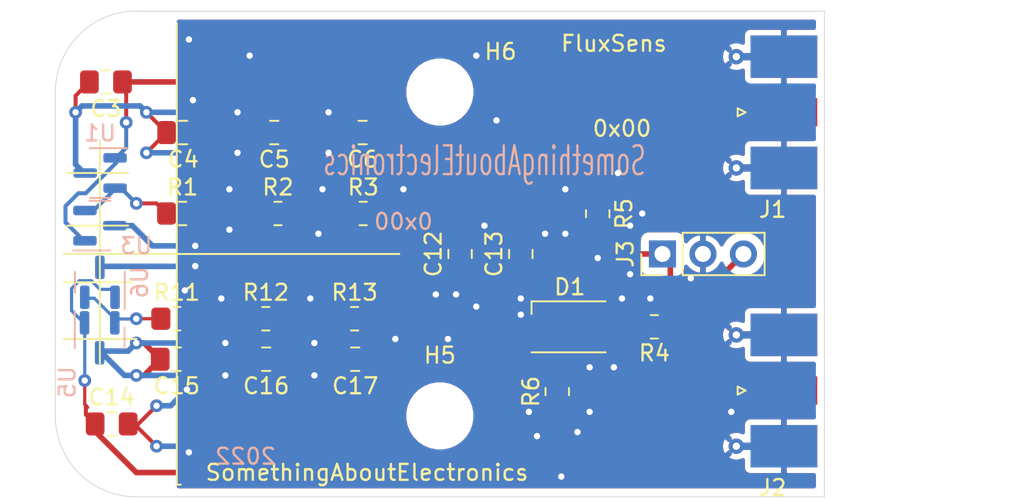
<source format=kicad_pcb>
(kicad_pcb (version 20211014) (generator pcbnew)
  (layers (0 "F.Cu" signal) (31 "B.Cu" signal) (34 "B.Paste" user) (35 "F.Paste" user) (36 "B.SilkS" user "B.Silkscreen") (37 "F.SilkS" user "F.Silkscreen") (38 "B.Mask" user) (39 "F.Mask" user) (44 "Edge.Cuts" user))
  (net 0 "")
  (net 1 "GND")
  (net 2 "+3V3")
  (net 3 "Net-(C4-Pad1)")
  (net 4 "Net-(C5-Pad1)")
  (net 5 "/V_out")
  (net 6 "Net-(R1-Pad1)")
  (net 7 "Net-(C15-Pad1)")
  (net 8 "Net-(C16-Pad1)")
  (net 9 "Net-(R11-Pad1)")
  (net 10 "/V_out_2")
  (net 11 "Net-(D1-Pad2)")
  (net 12 "Net-(C3-Pad1)")
  (net 13 "Net-(C14-Pad1)")
  (footprint "Capacitor_SMD:C_0805_2012Metric_Pad1.18x1.45mm_HandSolder" (layer "F.Cu") (at 48.895 131.445 180)
    (fp_text reference "C3" (at 0 -1.68 180) (layer "F.SilkS"))
    (fp_text value "C_Small")
    (fp_line (start -0.261252 0.735) (end 0.261252 0.735) (layer "F.SilkS") (width 0.12))
    (fp_line (start -0.261252 -0.735) (end 0.261252 -0.735) (layer "F.SilkS") (width 0.12))
    (pad "1" smd roundrect (at -1.0375 0 180) (size 1.175 1.45) (layers "F.Cu" "F.Paste" "F.Mask") (roundrect_rratio 0.212766) (net 12 "Net-(C3-Pad1)"))
    (pad "2" smd roundrect (at 1.0375 0 180) (size 1.175 1.45) (layers "F.Cu" "F.Paste" "F.Mask") (roundrect_rratio 0.212766) (net 1 "GND"))
  )
  (footprint "Capacitor_SMD:C_0805_2012Metric_Pad1.18x1.45mm_HandSolder" (layer "F.Cu") (at 53.7425 134.62 180)
    (fp_text reference "C4" (at 0 -1.68 180) (layer "F.SilkS"))
    (fp_text value "C_Small")
    (fp_line (start -0.261252 0.735) (end 0.261252 0.735) (layer "F.SilkS") (width 0.12))
    (fp_line (start -0.261252 -0.735) (end 0.261252 -0.735) (layer "F.SilkS") (width 0.12))
    (pad "1" smd roundrect (at -1.0375 0 180) (size 1.175 1.45) (layers "F.Cu" "F.Paste" "F.Mask") (roundrect_rratio 0.212766) (net 3 "Net-(C4-Pad1)"))
    (pad "2" smd roundrect (at 1.0375 0 180) (size 1.175 1.45) (layers "F.Cu" "F.Paste" "F.Mask") (roundrect_rratio 0.212766) (net 1 "GND"))
  )
  (footprint "Capacitor_SMD:C_0805_2012Metric_Pad1.18x1.45mm_HandSolder" (layer "F.Cu") (at 59.4575 134.62 180)
    (fp_text reference "C5" (at 0 -1.68 180) (layer "F.SilkS"))
    (fp_text value "C_Small")
    (fp_line (start -0.261252 -0.735) (end 0.261252 -0.735) (layer "F.SilkS") (width 0.12))
    (fp_line (start -0.261252 0.735) (end 0.261252 0.735) (layer "F.SilkS") (width 0.12))
    (pad "1" smd roundrect (at -1.0375 0 180) (size 1.175 1.45) (layers "F.Cu" "F.Paste" "F.Mask") (roundrect_rratio 0.212766) (net 4 "Net-(C5-Pad1)"))
    (pad "2" smd roundrect (at 1.0375 0 180) (size 1.175 1.45) (layers "F.Cu" "F.Paste" "F.Mask") (roundrect_rratio 0.212766) (net 1 "GND"))
  )
  (footprint "Capacitor_SMD:C_0805_2012Metric_Pad1.18x1.45mm_HandSolder" (layer "F.Cu") (at 65.0025 134.62 180)
    (fp_text reference "C6" (at 0 -1.68 180) (layer "F.SilkS"))
    (fp_text value "C_Small")
    (fp_line (start -0.261252 0.735) (end 0.261252 0.735) (layer "F.SilkS") (width 0.12))
    (fp_line (start -0.261252 -0.735) (end 0.261252 -0.735) (layer "F.SilkS") (width 0.12))
    (pad "1" smd roundrect (at -1.0375 0 180) (size 1.175 1.45) (layers "F.Cu" "F.Paste" "F.Mask") (roundrect_rratio 0.212766) (net 5 "/V_out"))
    (pad "2" smd roundrect (at 1.0375 0 180) (size 1.175 1.45) (layers "F.Cu" "F.Paste" "F.Mask") (roundrect_rratio 0.212766) (net 1 "GND"))
  )
  (footprint "Resistor_SMD:R_0805_2012Metric_Pad1.20x1.40mm_HandSolder" (layer "F.Cu") (at 53.705 139.7)
    (fp_text reference "R1" (at 0 -1.65) (layer "F.SilkS"))
    (fp_text value "R_Small")
    (fp_line (start -0.227064 0.735) (end 0.227064 0.735) (layer "F.SilkS") (width 0.12))
    (fp_line (start -0.227064 -0.735) (end 0.227064 -0.735) (layer "F.SilkS") (width 0.12))
    (pad "1" smd roundrect (at -1 0) (size 1.2 1.4) (layers "F.Cu" "F.Paste" "F.Mask") (roundrect_rratio 0.208333) (net 6 "Net-(R1-Pad1)"))
    (pad "2" smd roundrect (at 1 0) (size 1.2 1.4) (layers "F.Cu" "F.Paste" "F.Mask") (roundrect_rratio 0.208333) (net 3 "Net-(C4-Pad1)"))
  )
  (footprint "Resistor_SMD:R_0805_2012Metric_Pad1.20x1.40mm_HandSolder" (layer "F.Cu") (at 59.69 139.7)
    (fp_text reference "R2" (at 0 -1.65) (layer "F.SilkS"))
    (fp_text value "R_Small")
    (fp_line (start -0.227064 -0.735) (end 0.227064 -0.735) (layer "F.SilkS") (width 0.12))
    (fp_line (start -0.227064 0.735) (end 0.227064 0.735) (layer "F.SilkS") (width 0.12))
    (pad "1" smd roundrect (at -1 0) (size 1.2 1.4) (layers "F.Cu" "F.Paste" "F.Mask") (roundrect_rratio 0.208333) (net 3 "Net-(C4-Pad1)"))
    (pad "2" smd roundrect (at 1 0) (size 1.2 1.4) (layers "F.Cu" "F.Paste" "F.Mask") (roundrect_rratio 0.208333) (net 4 "Net-(C5-Pad1)"))
  )
  (footprint "Resistor_SMD:R_0805_2012Metric_Pad1.20x1.40mm_HandSolder" (layer "F.Cu") (at 65.04 139.7)
    (fp_text reference "R3" (at 0 -1.65) (layer "F.SilkS"))
    (fp_text value "R_Small")
    (fp_line (start -0.227064 0.735) (end 0.227064 0.735) (layer "F.SilkS") (width 0.12))
    (fp_line (start -0.227064 -0.735) (end 0.227064 -0.735) (layer "F.SilkS") (width 0.12))
    (pad "1" smd roundrect (at -1 0) (size 1.2 1.4) (layers "F.Cu" "F.Paste" "F.Mask") (roundrect_rratio 0.208333) (net 4 "Net-(C5-Pad1)"))
    (pad "2" smd roundrect (at 1 0) (size 1.2 1.4) (layers "F.Cu" "F.Paste" "F.Mask") (roundrect_rratio 0.208333) (net 5 "/V_out"))
  )
  (footprint "Connector_Coaxial:SMA_Molex_73251-2120_EdgeMount_Horizontal" (layer "F.Cu") (at 91.44 133.35)
    (fp_text reference "J1" (at -0.705 6.1) (layer "F.SilkS"))
    (fp_text value "Conn_Coaxial")
    (fp_line (start -2.9 -0.25) (end -2.9 0.25) (layer "F.SilkS") (width 0.12))
    (fp_line (start -2.4 0) (end -2.9 -0.25) (layer "F.SilkS") (width 0.12))
    (fp_line (start -2.9 0.25) (end -2.4 0) (layer "F.SilkS") (width 0.12))
    (pad "1" smd rect locked (at 0 0) (size 4.19 1.78) (layers "F.Cu" "F.Paste" "F.Mask") (net 5 "/V_out"))
    (pad "2" smd rect locked (at 0 3.4925) (size 4.19 2.665) (layers "B.Cu" "B.Paste" "B.Mask") (net 1 "GND"))
    (pad "2" smd rect locked (at 0 -3.4925) (size 4.19 2.665) (layers "F.Cu" "F.Paste" "F.Mask") (net 1 "GND"))
    (pad "2" smd rect locked (at -2.54 3.4925) (size 0.89 0.46) (layers "B.Cu") (net 1 "GND"))
    (pad "2" smd rect locked (at -2.54 3.4925) (size 0.89 0.46) (layers "F.Cu") (net 1 "GND"))
    (pad "2" smd rect locked (at -2.54 -3.4925) (size 0.89 0.46) (layers "F.Cu") (net 1 "GND"))
    (pad "2" smd rect locked (at 0 3.4925) (size 4.19 2.665) (layers "F.Cu" "F.Paste" "F.Mask") (net 1 "GND"))
    (pad "2" smd rect locked (at 0 -3.4925) (size 4.19 2.665) (layers "B.Cu" "B.Paste" "B.Mask") (net 1 "GND"))
    (pad "2" smd rect locked (at -2.54 -3.4925) (size 0.89 0.46) (layers "B.Cu") (net 1 "GND"))
    (pad "2" thru_hole circle locked (at -2.985 -3.4925) (size 0.97 0.97) (drill 0.46) (layers *.Cu) (net 1 "GND"))
    (pad "2" thru_hole circle locked (at -2.985 3.4925) (size 0.97 0.97) (drill 0.46) (layers *.Cu) (net 1 "GND"))
  )
  (footprint "Capacitor_SMD:C_0805_2012Metric_Pad1.18x1.45mm_HandSolder" (layer "F.Cu") (at 71.12 142.24 90)
    (fp_text reference "C12" (at 0 -1.68 90) (layer "F.SilkS"))
    (fp_text value "C_Small")
    (fp_line (start -0.261252 0.735) (end 0.261252 0.735) (layer "F.SilkS") (width 0.12))
    (fp_line (start -0.261252 -0.735) (end 0.261252 -0.735) (layer "F.SilkS") (width 0.12))
    (pad "1" smd roundrect (at -1.0375 0 90) (size 1.175 1.45) (layers "F.Cu" "F.Paste" "F.Mask") (roundrect_rratio 0.212766) (net 2 "+3V3"))
    (pad "2" smd roundrect (at 1.0375 0 90) (size 1.175 1.45) (layers "F.Cu" "F.Paste" "F.Mask") (roundrect_rratio 0.212766) (net 1 "GND"))
  )
  (footprint "Capacitor_SMD:C_0805_2012Metric_Pad1.18x1.45mm_HandSolder" (layer "F.Cu") (at 74.93 142.24 90)
    (fp_text reference "C13" (at 0 -1.68 90) (layer "F.SilkS"))
    (fp_text value "C_Small")
    (fp_line (start -0.261252 0.735) (end 0.261252 0.735) (layer "F.SilkS") (width 0.12))
    (fp_line (start -0.261252 -0.735) (end 0.261252 -0.735) (layer "F.SilkS") (width 0.12))
    (pad "1" smd roundrect (at -1.0375 0 90) (size 1.175 1.45) (layers "F.Cu" "F.Paste" "F.Mask") (roundrect_rratio 0.212766) (net 2 "+3V3"))
    (pad "2" smd roundrect (at 1.0375 0 90) (size 1.175 1.45) (layers "F.Cu" "F.Paste" "F.Mask") (roundrect_rratio 0.212766) (net 1 "GND"))
  )
  (footprint "Capacitor_SMD:C_0805_2012Metric_Pad1.18x1.45mm_HandSolder" (layer "F.Cu") (at 49.2545 152.908)
    (fp_text reference "C14" (at 0 -1.68) (layer "F.SilkS"))
    (fp_text value "C_Small")
    (fp_line (start -0.261252 0.735) (end 0.261252 0.735) (layer "F.SilkS") (width 0.12))
    (fp_line (start -0.261252 -0.735) (end 0.261252 -0.735) (layer "F.SilkS") (width 0.12))
    (pad "1" smd roundrect (at -1.0375 0) (size 1.175 1.45) (layers "F.Cu" "F.Paste" "F.Mask") (roundrect_rratio 0.212766) (net 13 "Net-(C14-Pad1)"))
    (pad "2" smd roundrect (at 1.0375 0) (size 1.175 1.45) (layers "F.Cu" "F.Paste" "F.Mask") (roundrect_rratio 0.212766) (net 1 "GND"))
  )
  (footprint "Capacitor_SMD:C_0805_2012Metric_Pad1.18x1.45mm_HandSolder" (layer "F.Cu") (at 53.34 148.844 180)
    (fp_text reference "C15" (at 0 -1.68 180) (layer "F.SilkS"))
    (fp_text value "C_Small")
    (fp_line (start -0.261252 -0.735) (end 0.261252 -0.735) (layer "F.SilkS") (width 0.12))
    (fp_line (start -0.261252 0.735) (end 0.261252 0.735) (layer "F.SilkS") (width 0.12))
    (pad "1" smd roundrect (at -1.0375 0 180) (size 1.175 1.45) (layers "F.Cu" "F.Paste" "F.Mask") (roundrect_rratio 0.212766) (net 7 "Net-(C15-Pad1)"))
    (pad "2" smd roundrect (at 1.0375 0 180) (size 1.175 1.45) (layers "F.Cu" "F.Paste" "F.Mask") (roundrect_rratio 0.212766) (net 1 "GND"))
  )
  (footprint "Capacitor_SMD:C_0805_2012Metric_Pad1.18x1.45mm_HandSolder" (layer "F.Cu") (at 58.9495 148.844 180)
    (fp_text reference "C16" (at 0 -1.68 180) (layer "F.SilkS"))
    (fp_text value "C_Small")
    (fp_line (start -0.261252 0.735) (end 0.261252 0.735) (layer "F.SilkS") (width 0.12))
    (fp_line (start -0.261252 -0.735) (end 0.261252 -0.735) (layer "F.SilkS") (width 0.12))
    (pad "1" smd roundrect (at -1.0375 0 180) (size 1.175 1.45) (layers "F.Cu" "F.Paste" "F.Mask") (roundrect_rratio 0.212766) (net 8 "Net-(C16-Pad1)"))
    (pad "2" smd roundrect (at 1.0375 0 180) (size 1.175 1.45) (layers "F.Cu" "F.Paste" "F.Mask") (roundrect_rratio 0.212766) (net 1 "GND"))
  )
  (footprint "Capacitor_SMD:C_0805_2012Metric_Pad1.18x1.45mm_HandSolder" (layer "F.Cu") (at 64.5375 148.844 180)
    (fp_text reference "C17" (at 0 -1.68 180) (layer "F.SilkS"))
    (fp_text value "C_Small")
    (fp_line (start -0.261252 -0.735) (end 0.261252 -0.735) (layer "F.SilkS") (width 0.12))
    (fp_line (start -0.261252 0.735) (end 0.261252 0.735) (layer "F.SilkS") (width 0.12))
    (pad "1" smd roundrect (at -1.0375 0 180) (size 1.175 1.45) (layers "F.Cu" "F.Paste" "F.Mask") (roundrect_rratio 0.212766) (net 10 "/V_out_2"))
    (pad "2" smd roundrect (at 1.0375 0 180) (size 1.175 1.45) (layers "F.Cu" "F.Paste" "F.Mask") (roundrect_rratio 0.212766) (net 1 "GND"))
  )
  (footprint "Connector_Coaxial:SMA_Molex_73251-2120_EdgeMount_Horizontal" (layer "F.Cu") (at 91.44 150.8125)
    (fp_text reference "J2" (at -0.705 6.1) (layer "F.SilkS"))
    (fp_text value "Conn_Coaxial")
    (fp_line (start -2.9 -0.25) (end -2.9 0.25) (layer "F.SilkS") (width 0.12))
    (fp_line (start -2.4 0) (end -2.9 -0.25) (layer "F.SilkS") (width 0.12))
    (fp_line (start -2.9 0.25) (end -2.4 0) (layer "F.SilkS") (width 0.12))
    (pad "1" smd rect locked (at 0 0) (size 4.19 1.78) (layers "F.Cu" "F.Paste" "F.Mask") (net 10 "/V_out_2"))
    (pad "2" smd rect locked (at 0 3.4925) (size 4.19 2.665) (layers "B.Cu" "B.Paste" "B.Mask") (net 1 "GND"))
    (pad "2" smd rect locked (at -2.54 -3.4925) (size 0.89 0.46) (layers "F.Cu") (net 1 "GND"))
    (pad "2" smd rect locked (at 0 -3.4925) (size 4.19 2.665) (layers "F.Cu" "F.Paste" "F.Mask") (net 1 "GND"))
    (pad "2" smd rect locked (at -2.54 -3.4925) (size 0.89 0.46) (layers "B.Cu") (net 1 "GND"))
    (pad "2" smd rect locked (at 0 -3.4925) (size 4.19 2.665) (layers "B.Cu" "B.Paste" "B.Mask") (net 1 "GND"))
    (pad "2" smd rect locked (at -2.54 3.4925) (size 0.89 0.46) (layers "B.Cu") (net 1 "GND"))
    (pad "2" thru_hole circle locked (at -2.985 -3.4925) (size 0.97 0.97) (drill 0.46) (layers *.Cu) (net 1 "GND"))
    (pad "2" smd rect locked (at -2.54 3.4925) (size 0.89 0.46) (layers "F.Cu") (net 1 "GND"))
    (pad "2" thru_hole circle locked (at -2.985 3.4925) (size 0.97 0.97) (drill 0.46) (layers *.Cu) (net 1 "GND"))
    (pad "2" smd rect locked (at 0 3.4925) (size 4.19 2.665) (layers "F.Cu" "F.Paste" "F.Mask") (net 1 "GND"))
  )
  (footprint "Resistor_SMD:R_0805_2012Metric_Pad1.20x1.40mm_HandSolder" (layer "F.Cu") (at 53.34 146.304)
    (fp_text reference "R11" (at 0 -1.65) (layer "F.SilkS"))
    (fp_text value "R_Small")
    (fp_line (start -0.227064 0.735) (end 0.227064 0.735) (layer "F.SilkS") (width 0.12))
    (fp_line (start -0.227064 -0.735) (end 0.227064 -0.735) (layer "F.SilkS") (width 0.12))
    (pad "1" smd roundrect (at -1 0) (size 1.2 1.4) (layers "F.Cu" "F.Paste" "F.Mask") (roundrect_rratio 0.208333) (net 9 "Net-(R11-Pad1)"))
    (pad "2" smd roundrect (at 1 0) (size 1.2 1.4) (layers "F.Cu" "F.Paste" "F.Mask") (roundrect_rratio 0.208333) (net 7 "Net-(C15-Pad1)"))
  )
  (footprint "Resistor_SMD:R_0805_2012Metric_Pad1.20x1.40mm_HandSolder" (layer "F.Cu") (at 58.928 146.304)
    (fp_text reference "R12" (at 0 -1.65) (layer "F.SilkS"))
    (fp_text value "R_Small")
    (fp_line (start -0.227064 -0.735) (end 0.227064 -0.735) (layer "F.SilkS") (width 0.12))
    (fp_line (start -0.227064 0.735) (end 0.227064 0.735) (layer "F.SilkS") (width 0.12))
    (pad "1" smd roundrect (at -1 0) (size 1.2 1.4) (layers "F.Cu" "F.Paste" "F.Mask") (roundrect_rratio 0.208333) (net 7 "Net-(C15-Pad1)"))
    (pad "2" smd roundrect (at 1 0) (size 1.2 1.4) (layers "F.Cu" "F.Paste" "F.Mask") (roundrect_rratio 0.208333) (net 8 "Net-(C16-Pad1)"))
  )
  (footprint "Resistor_SMD:R_0805_2012Metric_Pad1.20x1.40mm_HandSolder" (layer "F.Cu") (at 64.5 146.304)
    (fp_text reference "R13" (at 0 -1.65) (layer "F.SilkS"))
    (fp_text value "R_Small")
    (fp_line (start -0.227064 0.735) (end 0.227064 0.735) (layer "F.SilkS") (width 0.12))
    (fp_line (start -0.227064 -0.735) (end 0.227064 -0.735) (layer "F.SilkS") (width 0.12))
    (pad "1" smd roundrect (at -1 0) (size 1.2 1.4) (layers "F.Cu" "F.Paste" "F.Mask") (roundrect_rratio 0.208333) (net 8 "Net-(C16-Pad1)"))
    (pad "2" smd roundrect (at 1 0) (size 1.2 1.4) (layers "F.Cu" "F.Paste" "F.Mask") (roundrect_rratio 0.208333) (net 10 "/V_out_2"))
  )
  (footprint "MountingHole:MountingHole_3.2mm_M3_DIN965" (layer "F.Cu") (at 69.85 152.4)
    (fp_text reference "H5" (at 0 -3.8) (layer "F.SilkS"))
    (fp_text value "MountingHole")
    (pad "" np_thru_hole circle locked (at 0 0) (size 3.2 3.2) (drill 3.2) (layers *.Cu *.Mask))
  )
  (footprint "MountingHole:MountingHole_3.2mm_M3_DIN965" (layer "F.Cu") (at 69.85 132.08)
    (fp_text reference "H6" (at 3.81 -2.54) (layer "F.SilkS"))
    (fp_text value "MountingHole")
    (pad "" np_thru_hole circle locked (at 0 0) (size 3.2 3.2) (drill 3.2) (layers *.Cu *.Mask))
  )
  (footprint "Connector_PinHeader_2.54mm:PinHeader_1x03_P2.54mm_Vertical" (layer "F.Cu") (at 83.82 142.24 90)
    (fp_text reference "J3" (at 0 -2.33 90) (layer "F.SilkS"))
    (fp_text value "Conn_01x03")
    (fp_line (start 1.33 1.27) (end 1.33 6.41) (layer "F.SilkS") (width 0.12))
    (fp_line (start -1.33 0) (end -1.33 -1.33) (layer "F.SilkS") (width 0.12))
    (fp_line (start -1.33 -1.33) (end 0 -1.33) (layer "F.SilkS") (width 0.12))
    (fp_line (start -1.33 1.27) (end 1.33 1.27) (layer "F.SilkS") (width 0.12))
    (fp_line (start -1.33 6.41) (end 1.33 6.41) (layer "F.SilkS") (width 0.12))
    (fp_line (start -1.33 1.27) (end -1.33 6.41) (layer "F.SilkS") (width 0.12))
    (pad "1" thru_hole rect (at 0 0 90) (size 1.7 1.7) (drill 1) (layers *.Cu *.Mask) (net 2 "+3V3"))
    (pad "2" thru_hole oval (at 0 2.54 90) (size 1.7 1.7) (drill 1) (layers *.Cu *.Mask) (net 1 "GND"))
    (pad "3" thru_hole oval (at 0 5.08 90) (size 1.7 1.7) (drill 1) (layers *.Cu *.Mask) (net 2 "+3V3"))
  )
  (footprint "LED_SMD:LED_PLCC-2" (layer "F.Cu") (at 78.002 146.812)
    (fp_text reference "D1" (at 0 -2.5) (layer "F.SilkS"))
    (fp_text value "LED_Small")
    (fp_line (start -2.4 -1.6) (end -2.4 -0.8) (layer "F.SilkS") (width 0.12))
    (fp_line (start 2.25 1.6) (end -2.4 1.6) (layer "F.SilkS") (width 0.12))
    (fp_line (start 2.25 -1.6) (end -2.4 -1.6) (layer "F.SilkS") (width 0.12))
    (pad "1" smd rect (at -1.5 0) (size 1.5 2.6) (layers "F.Cu" "F.Paste" "F.Mask") (net 1 "GND"))
    (pad "2" smd rect (at 1.5 0) (size 1.5 2.6) (layers "F.Cu" "F.Paste" "F.Mask") (net 11 "Net-(D1-Pad2)"))
  )
  (footprint "Resistor_SMD:R_0805_2012Metric_Pad1.20x1.40mm_HandSolder" (layer "F.Cu") (at 83.312 146.812 180)
    (fp_text reference "R4" (at 0 -1.65 180) (layer "F.SilkS"))
    (fp_text value "R_Small")
    (fp_line (start -0.227064 0.735) (end 0.227064 0.735) (layer "F.SilkS") (width 0.12))
    (fp_line (start -0.227064 -0.735) (end 0.227064 -0.735) (layer "F.SilkS") (width 0.12))
    (pad "1" smd roundrect (at -1 0 180) (size 1.2 1.4) (layers "F.Cu" "F.Paste" "F.Mask") (roundrect_rratio 0.208333) (net 2 "+3V3"))
    (pad "2" smd roundrect (at 1 0 180) (size 1.2 1.4) (layers "F.Cu" "F.Paste" "F.Mask") (roundrect_rratio 0.208333) (net 11 "Net-(D1-Pad2)"))
  )
  (footprint "Resistor_SMD:R_0805_2012Metric_Pad1.20x1.40mm_HandSolder" (layer "F.Cu") (at 79.756 139.716 -90)
    (fp_text reference "R5" (at 0 -1.65 -90) (layer "F.SilkS"))
    (fp_text value "R_Small")
    (fp_line (start -0.227064 -0.735) (end 0.227064 -0.735) (layer "F.SilkS") (width 0.12))
    (fp_line (start -0.227064 0.735) (end 0.227064 0.735) (layer "F.SilkS") (width 0.12))
    (pad "1" smd roundrect (at -1 0 270) (size 1.2 1.4) (layers "F.Cu" "F.Paste" "F.Mask") (roundrect_rratio 0.208333) (net 12 "Net-(C3-Pad1)"))
    (pad "2" smd roundrect (at 1 0 270) (size 1.2 1.4) (layers "F.Cu" "F.Paste" "F.Mask") (roundrect_rratio 0.208333) (net 2 "+3V3"))
  )
  (footprint "Resistor_SMD:R_0805_2012Metric_Pad1.20x1.40mm_HandSolder" (layer "F.Cu") (at 77.216 150.876 90)
    (fp_text reference "R6" (at 0 -1.65 90) (layer "F.SilkS"))
    (fp_text value "R_Small")
    (fp_line (start -0.227064 0.735) (end 0.227064 0.735) (layer "F.SilkS") (width 0.12))
    (fp_line (start -0.227064 -0.735) (end 0.227064 -0.735) (layer "F.SilkS") (width 0.12))
    (pad "1" smd roundrect (at -1 0 90) (size 1.2 1.4) (layers "F.Cu" "F.Paste" "F.Mask") (roundrect_rratio 0.208333) (net 13 "Net-(C14-Pad1)"))
    (pad "2" smd roundrect (at 1 0 90) (size 1.2 1.4) (layers "F.Cu" "F.Paste" "F.Mask") (roundrect_rratio 0.208333) (net 2 "+3V3"))
  )
  (footprint "Package_TO_SOT_SMD:SOT-23" (layer "B.Cu") (at 48.53 137.16 180)
    (fp_text reference "U1" (at 0 2.5) (layer "B.SilkS") (effects (justify mirror)))
    (fp_text value "DRV5033AJQDBZ")
    (fp_line (start 0 1.56) (end -1.675 1.56) (layer "B.SilkS") (width 0.12))
    (fp_line (start 0 -1.56) (end -0.65 -1.56) (layer "B.SilkS") (width 0.12))
    (fp_line (start 0 -1.56) (end 0.65 -1.56) (layer "B.SilkS") (width 0.12))
    (fp_line (start 0 1.56) (end 0.65 1.56) (layer "B.SilkS") (width 0.12))
    (pad "1" smd roundrect (at -0.9375 0.95 180) (size 1.475 0.6) (layers "B.Cu" "B.Paste" "B.Mask") (net 12 "Net-(C3-Pad1)"))
    (pad "2" smd roundrect (at -0.9375 -0.95 180) (size 1.475 0.6) (layers "B.Cu" "B.Paste" "B.Mask") (net 6 "Net-(R1-Pad1)"))
    (pad "3" smd roundrect (at 0.9375 0 180) (size 1.475 0.6) (layers "B.Cu" "B.Paste" "B.Mask") (net 1 "GND"))
  )
  (footprint "Package_TO_SOT_SMD:SOT-23" (layer "B.Cu") (at 48.514 140.462)
    (fp_text reference "U3" (at 2.286 1.27) (layer "B.SilkS") (effects (justify mirror)))
    (fp_text value "DRV5033AJQDBZ")
    (fp_line (start 0 1.56) (end -1.675 1.56) (layer "B.SilkS") (width 0.12))
    (fp_line (start 0 -1.56) (end -0.65 -1.56) (layer "B.SilkS") (width 0.12))
    (fp_line (start 0 1.56) (end 0.65 1.56) (layer "B.SilkS") (width 0.12))
    (fp_line (start 0 -1.56) (end 0.65 -1.56) (layer "B.SilkS") (width 0.12))
    (pad "1" smd roundrect (at -0.9375 0.95) (size 1.475 0.6) (layers "B.Cu" "B.Paste" "B.Mask") (net 12 "Net-(C3-Pad1)"))
    (pad "2" smd roundrect (at -0.9375 -0.95) (size 1.475 0.6) (layers "B.Cu" "B.Paste" "B.Mask") (net 6 "Net-(R1-Pad1)"))
    (pad "3" smd roundrect (at 0.9375 0) (size 1.475 0.6) (layers "B.Cu" "B.Paste" "B.Mask") (net 1 "GND"))
  )
  (footprint "Package_TO_SOT_SMD:SOT-23" (layer "B.Cu") (at 48.5 147.5 -90)
    (fp_text reference "U5" (at 2.794 2.032 90) (layer "B.SilkS") (effects (justify mirror)))
    (fp_text value "DRV5033AJQDBZ")
    (fp_line (start 0 1.56) (end -1.675 1.56) (layer "B.SilkS") (width 0.12))
    (fp_line (start 0 1.56) (end 0.65 1.56) (layer "B.SilkS") (width 0.12))
    (fp_line (start 0 -1.56) (end 0.65 -1.56) (layer "B.SilkS") (width 0.12))
    (fp_line (start 0 -1.56) (end -0.65 -1.56) (layer "B.SilkS") (width 0.12))
    (pad "1" smd roundrect (at -0.9375 0.95 270) (size 1.475 0.6) (layers "B.Cu" "B.Paste" "B.Mask") (net 13 "Net-(C14-Pad1)"))
    (pad "2" smd roundrect (at -0.9375 -0.95 270) (size 1.475 0.6) (layers "B.Cu" "B.Paste" "B.Mask") (net 9 "Net-(R11-Pad1)"))
    (pad "3" smd roundrect (at 0.9375 0 270) (size 1.475 0.6) (layers "B.Cu" "B.Paste" "B.Mask") (net 1 "GND"))
  )
  (footprint "Package_TO_SOT_SMD:SOT-23" (layer "B.Cu") (at 48.514 144.018 90)
    (fp_text reference "U6" (at 0 2.5 90) (layer "B.SilkS") (effects (justify mirror)))
    (fp_text value "DRV5033AJQDBZ")
    (fp_line (start 0 1.56) (end 0.65 1.56) (layer "B.SilkS") (width 0.12))
    (fp_line (start 0 1.56) (end -1.675 1.56) (layer "B.SilkS") (width 0.12))
    (fp_line (start 0 -1.56) (end -0.65 -1.56) (layer "B.SilkS") (width 0.12))
    (fp_line (start 0 -1.56) (end 0.65 -1.56) (layer "B.SilkS") (width 0.12))
    (pad "1" smd roundrect (at -0.9375 0.95 90) (size 1.475 0.6) (layers "B.Cu" "B.Paste" "B.Mask") (net 13 "Net-(C14-Pad1)"))
    (pad "2" smd roundrect (at -0.9375 -0.95 90) (size 1.475 0.6) (layers "B.Cu" "B.Paste" "B.Mask") (net 9 "Net-(R11-Pad1)"))
    (pad "3" smd roundrect (at 0.9375 0 90) (size 1.475 0.6) (layers "B.Cu" "B.Paste" "B.Mask") (net 1 "GND"))
  )
  (gr_line (start 46.482 140.462) (end 50.292 140.462) (layer "F.SilkS") (width 0.12))
  (gr_line (start 46.228 142.24) (end 67.31 142.24) (layer "F.SilkS") (width 0.12))
  (gr_line (start 46.228 144.018) (end 50.546 144.018) (layer "F.SilkS") (width 0.12))
  (gr_line (start 48.514 146.05) (end 48.514 135.128) (layer "F.SilkS") (width 0.12))
  (gr_line (start 46.228 147.574) (end 50.8 147.574) (layer "F.SilkS") (width 0.12))
  (gr_line (start 48.514 146.05) (end 48.514 149.098) (layer "F.SilkS") (width 0.12))
  (gr_line (start 53.34 156.718) (end 53.594 156.718) (layer "F.SilkS") (width 0.12))
  (gr_line (start 53.34 127.762) (end 53.34 156.718) (layer "F.SilkS") (width 0.12))
  (gr_line (start 50.292 137.16) (end 46.482 137.16) (layer "F.SilkS") (width 0.12))
  (gr_line (start 45.72 132.08) (end 45.72 152.4) (layer "Edge.Cuts") (width 0.05))
  (gr_line (start 93.98 129.54) (end 93.98 157.48) (layer "Edge.Cuts") (width 0.05))
  (gr_line (start 93.98 129.54) (end 93.98 127) (layer "Edge.Cuts") (width 0.05))
  (gr_line (start 93.98 127) (end 50.8 127) (layer "Edge.Cuts") (width 0.05))
  (gr_line (start 50.8 157.48) (end 93.98 157.48) (layer "Edge.Cuts") (width 0.05))
  (gr_arc (start 45.72 132.08) (mid 47.207898 128.487898) (end 50.8 127) (layer "Edge.Cuts") (width 0.05))
  (gr_arc (start 50.8 157.48) (mid 47.207898 155.992102) (end 45.72 152.4) (layer "Edge.Cuts") (width 0.05))
  (gr_text "2022" (at 57.658 154.94) (layer "B.SilkS") (effects (font (size 1 1)) (justify mirror)))
  (gr_text "SomethingAboutElectronics" (at 72.644 136.398) (layer "B.SilkS") (effects (font (size 1.8 1)) (justify mirror)))
  (gr_text "0x00" (at 67.564 140.208) (layer "B.SilkS") (effects (font (size 1 1)) (justify mirror)))
  (gr_text "FluxSens" (at 80.772 129.032) (layer "F.SilkS") (effects (font (size 1 1))))
  (gr_text "0x00" (at 81.28 134.366) (layer "F.SilkS") (effects (font (size 1 1))))
  (gr_text "SomethingAboutElectronics" (at 65.278 155.956) (layer "F.SilkS") (effects (font (size 1 1))))
  (segment (start 51.2865 149.86) (end 52.3025 148.844) (width 0.35) (layer "F.Cu") (net 1))
  (segment (start 56.896 149.86) (end 57.912 148.844) (width 0.35) (layer "F.Cu") (net 1))
  (segment (start 88.455 136.8425) (end 91.44 136.8425) (width 0.35) (layer "F.Cu") (net 1))
  (segment (start 62.865 135.72) (end 63.965 134.62) (width 0.25) (layer "F.Cu") (net 1))
  (segment (start 88.455 129.8575) (end 91.44 129.8575) (width 0.35) (layer "F.Cu") (net 1))
  (segment (start 50.8 147.828) (end 51.2865 147.828) (width 0.35) (layer "F.Cu") (net 1))
  (segment (start 56.388 149.86) (end 56.896 149.86) (width 0.35) (layer "F.Cu") (net 1))
  (segment (start 47.2225 132.08) (end 47.8575 131.445) (width 0.25) (layer "F.Cu") (net 1))
  (segment (start 71.12 141.2025) (end 71.9035 141.2025) (width 0.35) (layer "F.Cu") (net 1))
  (segment (start 62.484 149.86) (end 63.5 148.844) (width 0.35) (layer "F.Cu") (net 1))
  (segment (start 61.976 149.86) (end 62.484 149.86) (width 0.35) (layer "F.Cu") (net 1))
  (segment (start 51.435 135.89) (end 52.705 134.62) (width 0.25) (layer "F.Cu") (net 1))
  (segment (start 57.15 133.35) (end 58.42 134.62) (width 0.25) (layer "F.Cu") (net 1))
  (segment (start 74.93 141.2025) (end 76.2215 141.2025) (width 0.35) (layer "F.Cu") (net 1))
  (segment (start 46.99 133.35) (end 46.99 132.3125) (width 0.25) (layer "F.Cu") (net 1))
  (segment (start 50.292 152.908) (end 50.673 152.908) (width 0.25) (layer "F.Cu") (net 1))
  (segment (start 62.865 133.35) (end 62.865 133.52) (width 0.25) (layer "F.Cu") (net 1))
  (segment (start 62.865 135.89) (end 62.865 135.72) (width 0.25) (layer "F.Cu") (net 1))
  (segment (start 46.99 132.3125) (end 47.8575 131.445) (width 0.25) (layer "F.Cu") (net 1))
  (segment (start 74.93 146.05) (end 75.74 146.05) (width 0.35) (layer "F.Cu") (net 1))
  (segment (start 51.435 133.35) (end 52.705 134.62) (width 0.25) (layer "F.Cu") (net 1))
  (segment (start 57.15 135.89) (end 58.42 134.62) (width 0.25) (layer "F.Cu") (net 1))
  (segment (start 75.74 146.05) (end 76.502 146.812) (width 0.35) (layer "F.Cu") (net 1))
  (segment (start 62.484 147.828) (end 63.5 148.844) (width 0.35) (layer "F.Cu") (net 1))
  (segment (start 76.2215 141.2025) (end 76.454 140.97) (width 0.35) (layer "F.Cu") (net 1))
  (segment (start 50.673 152.908) (end 52.07 154.305) (width 0.25) (layer "F.Cu") (net 1))
  (segment (start 50.292 152.908) (end 50.927 152.908) (width 0.25) (layer "F.Cu") (net 1))
  (segment (start 56.388 147.828) (end 56.896 147.828) (width 0.35) (layer "F.Cu") (net 1))
  (segment (start 71.9035 141.2025) (end 72.644 140.462) (width 0.35) (layer "F.Cu") (net 1))
  (segment (start 88.455 154.305) (end 91.44 154.305) (width 0.35) (layer "F.Cu") (net 1))
  (segment (start 74.93 145.034) (end 74.93 145.24) (width 0.35) (layer "F.Cu") (net 1))
  (segment (start 56.896 147.828) (end 57.912 148.844) (width 0.35) (layer "F.Cu") (net 1))
  (segment (start 50.927 152.908) (end 52.07 151.765) (width 0.25) (layer "F.Cu") (net 1))
  (segment (start 51.2865 147.828) (end 52.3025 148.844) (width 0.35) (layer "F.Cu") (net 1))
  (segment (start 50.8 149.86) (end 51.2865 149.86) (width 0.35) (layer "F.Cu") (net 1))
  (segment (start 61.976 147.828) (end 62.484 147.828) (width 0.35) (layer "F.Cu") (net 1))
  (segment (start 88.455 147.32) (end 91.44 147.32) (width 0.35) (layer "F.Cu") (net 1))
  (segment (start 74.93 145.24) (end 76.502 146.812) (width 0.35) (layer "F.Cu") (net 1))
  (segment (start 62.865 133.52) (end 63.965 134.62) (width 0.25) (layer "F.Cu") (net 1))
  (via (at 83.058 145.034) (size 0.8) (drill 0.4) (layers "F.Cu" "B.Cu") (net 1))
  (via (at 79.248 152.146) (size 0.8) (drill 0.4) (layers "F.Cu" "B.Cu") (net 1))
  (via (at 74.93 146.05) (size 0.8) (drill 0.4) (layers "F.Cu" "B.Cu") (net 1))
  (via (at 79.756 142.494) (size 0.8) (drill 0.4) (layers "F.Cu" "B.Cu") (net 1))
  (via (at 46.99 133.35) (size 0.8) (drill 0.4) (layers "F.Cu" "B.Cu") (net 1))
  (via (at 81.026 137.16) (size 0.8) (drill 0.4) (layers "F.Cu" "B.Cu") (net 1))
  (via (at 62.865 135.89) (size 0.8) (drill 0.4) (layers "F.Cu" "B.Cu") (net 1))
  (via (at 75.438 152.146) (size 0.8) (drill 0.4) (layers "F.Cu" "B.Cu") (net 1))
  (via (at 81.788 140.462) (size 0.8) (drill 0.4) (layers "F.Cu" "B.Cu") (net 1))
  (via (at 56.642 140.716) (size 0.8) (drill 0.4) (layers "F.Cu" "B.Cu") (net 1))
  (via (at 74.93 145.034) (size 0.8) (drill 0.4) (layers "F.Cu" "B.Cu") (net 1))
  (via (at 57.15 135.89) (size 0.8) (drill 0.4) (layers "F.Cu" "B.Cu") (net 1))
  (via (at 77.47 156.21) (size 0.8) (drill 0.4) (layers "F.Cu" "B.Cu") (net 1))
  (via (at 69.596 144.78) (size 0.8) (drill 0.4) (layers "F.Cu" "B.Cu") (net 1))
  (via (at 61.976 147.828) (size 0.8) (drill 0.4) (layers "F.Cu" "B.Cu") (net 1))
  (via (at 77.724 140.97) (size 0.8) (drill 0.4) (layers "F.Cu" "B.Cu") (net 1))
  (via (at 62.484 138.176) (size 0.8) (drill 0.4) (layers "F.Cu" "B.Cu") (net 1))
  (via (at 54.102 128.778) (size 0.8) (drill 0.4) (layers "F.Cu" "B.Cu") (net 1))
  (via (at 52.07 154.305) (size 0.8) (drill 0.4) (layers "F.Cu" "B.Cu") (net 1))
  (via (at 61.722 145.034) (size 0.8) (drill 0.4) (layers "F.Cu" "B.Cu") (net 1))
  (via (at 53.848 144.526) (size 0.8) (drill 0.4) (layers "F.Cu" "B.Cu") (net 1))
  (via (at 67.056 147.574) (size 0.8) (drill 0.4) (layers "F.Cu" "B.Cu") (net 1))
  (via (at 72.136 129.794) (size 0.8) (drill 0.4) (layers "F.Cu" "B.Cu") (net 1))
  (via (at 85.598 143.764) (size 0.8) (drill 0.4) (layers "F.Cu" "B.Cu") (net 1))
  (via (at 62.865 133.35) (size 0.8) (drill 0.4) (layers "F.Cu" "B.Cu") (net 1))
  (via (at 88.138 152.146) (size 0.8) (drill 0.4) (layers "F.Cu" "B.Cu") (net 1))
  (via (at 50.8 147.828) (size 0.8) (drill 0.4) (layers "F.Cu" "B.Cu") (net 1))
  (via (at 73.406 133.858) (size 0.8) (drill 0.4) (layers "F.Cu" "B.Cu") (net 1))
  (via (at 77.724 138.176) (size 0.8) (drill 0.4) (layers "F.Cu" "B.Cu") (net 1))
  (via (at 54.356 132.588) (size 0.8) (drill 0.4) (layers "F.Cu" "B.Cu") (net 1))
  (via (at 54.5 143) (size 0.8) (drill 0.4) (layers "F.Cu" "B.Cu") (net 1))
  (via (at 50.8 149.86) (size 0.8) (drill 0.4) (layers "F.Cu" "B.Cu") (net 1))
  (via (at 81.788 143.51) (size 0.8) (drill 0.4) (layers "F.Cu" "B.Cu") (net 1))
  (via (at 52.07 151.765) (size 0.8) (drill 0.4) (layers "F.Cu" "B.Cu") (net 1))
  (via (at 72.644 140.462) (size 0.8) (drill 0.4) (layers "F.Cu" "B.Cu") (net 1))
  (via (at 61.976 149.86) (size 0.8) (drill 0.4) (layers "F.Cu" "B.Cu") (net 1))
  (via (at 70.358 147.574) (size 0.8) (drill 0.4) (layers "F.Cu" "B.Cu") (net 1))
  (via (at 56.134 145.034) (size 0.8) (drill 0.4) (layers "F.Cu" "B.Cu") (net 1))
  (via (at 79.248 149.352) (size 0.8) (drill 0.4) (layers "F.Cu" "B.Cu") (net 1))
  (via (at 78.486 153.416) (size 0.8) (drill 0.4) (layers "F.Cu" "B.Cu") (net 1))
  (via (at 57.912 129.794) (size 0.8) (drill 0.4) (layers "F.Cu" "B.Cu") (net 1))
  (via (at 53.975 150.749) (size 0.8) (drill 0.4) (layers "F.Cu" "B.Cu") (net 1))
  (via (at 56.388 147.828) (size 0.8) (drill 0.4) (layers "F.Cu" "B.Cu") (net 1))
  (via (at 54.5 141.732) (size 0.8) (drill 0.4) (layers "F.Cu" "B.Cu") (net 1))
  (via (at 80.772 149.352) (size 0.8) (drill 0.4) (layers "F.Cu" "B.Cu") (net 1))
  (via (at 56.388 149.86) (size 0.8) (drill 0.4) (layers "F.Cu" "B.Cu") (net 1))
  (via (at 70.866 144.78) (size 0.8) (drill 0.4) (layers "F.Cu" "B.Cu") (net 1))
  (via (at 62.23 140.97) (size 0.8) (drill 0.4) (layers "F.Cu" "B.Cu") (net 1))
  (via (at 67.564 138.176) (size 0.8) (drill 0.4) (layers "F.Cu" "B.Cu") (net 1))
  (via (at 82.55 139.7) (size 0.8) (drill 0.4) (layers "F.Cu" "B.Cu") (net 1))
  (via (at 81.28 145.034) (size 0.8) (drill 0.4) (layers "F.Cu" "B.Cu") (net 1))
  (via (at 76.454 140.97) (size 0.8) (drill 0.4) (layers "F.Cu" "B.Cu") (net 1))
  (via (at 51.435 133.35) (size 0.8) (drill 0.4) (layers "F.Cu" "B.Cu") (net 1))
  (via (at 54.102 154.686) (size 0.8) (drill 0.4) (layers "F.Cu" "B.Cu") (net 1))
  (via (at 72.136 145.542) (size 0.8) (drill 0.4) (layers "F.Cu" "B.Cu") (net 1))
  (via (at 57.15 133.35) (size 0.8) (drill 0.4) (layers "F.Cu" "B.Cu") (net 1))
  (via (at 56.642 138.176) (size 0.8) (drill 0.4) (layers "F.Cu" "B.Cu") (net 1))
  (via (at 75.946 153.67) (size 0.8) (drill 0.4) (layers "F.Cu" "B.Cu") (net 1))
  (via (at 51.435 135.89) (size 0.8) (drill 0.4) (layers "F.Cu" "B.Cu") (net 1))
  (segment (start 53.975 150.749) (end 54.356 150.368) (width 0.35) (layer "B.Cu") (net 1))
  (segment (start 48.53 148.336) (end 48.514 148.32) (width 0.35) (layer "B.Cu") (net 1))
  (segment (start 46.99 133.35) (end 46.99 136.62) (width 0.35) (layer "B.Cu") (net 1))
  (segment (start 51.035001 132.950001) (end 51.435 133.35) (width 0.35) (layer "B.Cu") (net 1))
  (segment (start 50.8 149.86) (end 53.848 149.86) (width 0.35) (layer "B.Cu") (net 1))
  (segment (start 52.07 154.305) (end 53.467 154.305) (width 0.35) (layer "B.Cu") (net 1))
  (segment (start 54.482 143.018) (end 54.5 143) (width 0.35) (layer "B.Cu") (net 1))
  (segment (start 48.514 143.018) (end 54.482 143.018) (width 0.35) (layer "B.Cu") (net 1))
  (segment (start 54.5 141.732) (end 54.356 141.732) (width 0.35) (layer "B.Cu") (net 1))
  (segment (start 52.07 151.765) (end 52.959 151.765) (width 0.35) (layer "B.Cu") (net 1))
  (segment (start 47.389999 132.950001) (end 51.035001 132.950001) (width 0.35) (layer "B.Cu") (net 1))
  (segment (start 50.8 149.86) (end 50.054 149.86) (width 0.35) (layer "B.Cu") (net 1))
  (segment (start 50.546 140.462) (end 49.514 140.462) (width 0.35) (layer "B.Cu") (net 1))
  (segment (start 50.292 148.336) (end 48.53 148.336) (width 0.35) (layer "B.Cu") (net 1))
  (segment (start 51.435 133.35) (end 53.594 133.35) (width 0.35) (layer "B.Cu") (net 1))
  (segment (start 51.435 135.89) (end 53.848 135.89) (width 0.35) (layer "B.Cu") (net 1))
  (segment (start 46.99 136.62) (end 47.53 137.16) (width 0.35) (layer "B.Cu") (net 1))
  (segment (start 51.816 141.732) (end 50.546 140.462) (width 0.35) (layer "B.Cu") (net 1))
  (segment (start 54.5 141.732) (end 51.816 141.732) (width 0.35) (layer "B.Cu") (net 1))
  (segment (start 46.99 133.35) (end 47.389999 132.950001) (width 0.35) (layer "B.Cu") (net 1))
  (segment (start 53.594 133.35) (end 54.356 132.588) (width 0.35) (layer "B.Cu") (net 1))
  (segment (start 50.8 147.828) (end 50.292 148.336) (width 0.35) (layer "B.Cu") (net 1))
  (segment (start 50.054 149.86) (end 48.514 148.32) (width 0.35) (layer "B.Cu") (net 1))
  (segment (start 50.8 147.828) (end 54.102 147.828) (width 0.35) (layer "B.Cu") (net 1))
  (segment (start 52.959 151.765) (end 53.975 150.749) (width 0.35) (layer "B.Cu") (net 1))
  (segment (start 74.93 143.2775) (end 74.9515 143.2775) (width 0.35) (layer "F.Cu") (net 2))
  (segment (start 77.47 142.24) (end 76.2 143.51) (width 0.35) (layer "F.Cu") (net 2))
  (segment (start 76.47 149.876) (end 77.216 149.876) (width 0.35) (layer "F.Cu") (net 2))
  (segment (start 84.328 146.812) (end 86.36 144.78) (width 0.35) (layer "F.Cu") (net 2))
  (segment (start 84.312 146.812) (end 84.312 142.732) (width 0.35) (layer "F.Cu") (net 2))
  (segment (start 74.9515 143.2775) (end 75.184 143.51) (width 0.35) (layer "F.Cu") (net 2))
  (segment (start 77.47 142.24) (end 78.232 142.24) (width 0.35) (layer "F.Cu") (net 2))
  (segment (start 73.406 146.812) (end 76.47 149.876) (width 0.35) (layer "F.Cu") (net 2))
  (segment (start 75.184 143.51) (end 73.406 143.51) (width 0.35) (layer "F.Cu") (net 2))
  (segment (start 83.82 142.24) (end 81.28 142.24) (width 0.35) (layer "F.Cu") (net 2))
  (segment (start 73.406 143.51) (end 73.406 146.812) (width 0.35) (layer "F.Cu") (net 2))
  (segment (start 71.3525 143.51) (end 71.12 143.2775) (width 0.35) (layer "F.Cu") (net 2))
  (segment (start 78.232 142.24) (end 79.756 140.716) (width 0.35) (layer "F.Cu") (net 2))
  (segment (start 84.312 146.812) (end 84.328 146.812) (width 0.35) (layer "F.Cu") (net 2))
  (segment (start 88.9 142.24) (end 86.36 144.78) (width 0.35) (layer "F.Cu") (net 2))
  (segment (start 81.28 142.24) (end 79.756 140.716) (width 0.35) (layer "F.Cu") (net 2))
  (segment (start 84.312 142.732) (end 83.82 142.24) (width 0.35) (layer "F.Cu") (net 2))
  (segment (start 76.2 143.51) (end 75.184 143.51) (width 0.35) (layer "F.Cu") (net 2))
  (segment (start 73.406 143.51) (end 71.3525 143.51) (width 0.35) (layer "F.Cu") (net 2))
  (segment (start 54.705 139.7) (end 58.69 139.7) (width 0.25) (layer "F.Cu") (net 3))
  (segment (start 54.78 134.62) (end 54.78 139.625) (width 0.25) (layer "F.Cu") (net 3))
  (segment (start 54.78 139.625) (end 54.705 139.7) (width 0.25) (layer "F.Cu") (net 3))
  (segment (start 60.69 139.7) (end 64.04 139.7) (width 0.25) (layer "F.Cu") (net 4))
  (segment (start 60.495 134.62) (end 60.495 139.505) (width 0.25) (layer "F.Cu") (net 4))
  (segment (start 60.495 139.505) (end 60.69 139.7) (width 0.25) (layer "F.Cu") (net 4))
  (segment (start 66.04 139.7) (end 66.04 134.62) (width 0.25) (layer "F.Cu") (net 5))
  (segment (start 73.016001 139.686999) (end 73.029002 139.7) (width 0.35) (layer "F.Cu") (net 5))
  (segment (start 73.029002 139.7) (end 80.518 139.7) (width 0.35) (layer "F.Cu") (net 5))
  (segment (start 68.58 139.7) (end 72.258998 139.7) (width 0.35) (layer "F.Cu") (net 5))
  (segment (start 80.518 139.7) (end 86.868 133.35) (width 0.35) (layer "F.Cu") (net 5))
  (segment (start 86.868 133.35) (end 91.44 133.35) (width 0.35) (layer "F.Cu") (net 5))
  (segment (start 66.04 139.7) (end 68.58 139.7) (width 0.25) (layer "F.Cu") (net 5))
  (segment (start 72.258998 139.7) (end 72.271999 139.686999) (width 0.35) (layer "F.Cu") (net 5))
  (segment (start 72.271999 139.686999) (end 73.016001 139.686999) (width 0.35) (layer "F.Cu") (net 5))
  (segment (start 52.07 139.065) (end 52.705 139.7) (width 0.25) (layer "F.Cu") (net 6))
  (segment (start 50.8 139.065) (end 52.07 139.065) (width 0.25) (layer "F.Cu") (net 6))
  (via (at 50.8 139.065) (size 0.8) (drill 0.4) (layers "F.Cu" "B.Cu") (net 6))
  (segment (start 47.514 139.512) (end 48.128 139.512) (width 0.25) (layer "B.Cu") (net 6))
  (segment (start 49.53 138.11) (end 49.845 138.11) (width 0.25) (layer "B.Cu") (net 6))
  (segment (start 48.128 139.512) (end 49.53 138.11) (width 0.25) (layer "B.Cu") (net 6))
  (segment (start 49.845 138.11) (end 50.8 139.065) (width 0.25) (layer "B.Cu") (net 6))
  (segment (start 54.34 146.304) (end 57.928 146.304) (width 0.2) (layer "F.Cu") (net 7))
  (segment (start 54.3775 148.844) (end 54.3775 146.3415) (width 0.2) (layer "F.Cu") (net 7))
  (segment (start 54.3775 146.3415) (end 54.34 146.304) (width 0.2) (layer "F.Cu") (net 7))
  (segment (start 59.987 148.844) (end 59.987 146.363) (width 0.2) (layer "F.Cu") (net 8))
  (segment (start 59.928 146.304) (end 63.5 146.304) (width 0.2) (layer "F.Cu") (net 8))
  (segment (start 59.987 146.363) (end 59.928 146.304) (width 0.2) (layer "F.Cu") (net 8))
  (segment (start 50.8 146.304) (end 52.34 146.304) (width 0.2) (layer "F.Cu") (net 9))
  (via (at 50.8 146.304) (size 0.8) (drill 0.4) (layers "F.Cu" "B.Cu") (net 9))
  (segment (start 49.464 146.318) (end 49.464 146.32) (width 0.2) (layer "B.Cu") (net 9))
  (segment (start 49.464 146.32) (end 50.784 146.32) (width 0.2) (layer "B.Cu") (net 9))
  (segment (start 50.784 146.32) (end 50.8 146.304) (width 0.2) (layer "B.Cu") (net 9))
  (segment (start 47.564 145.018) (end 48.164 145.018) (width 0.2) (layer "B.Cu") (net 9))
  (segment (start 48.164 145.018) (end 49.464 146.318) (width 0.2) (layer "B.Cu") (net 9))
  (segment (start 65.575 148.844) (end 65.575 146.379) (width 0.2) (layer "F.Cu") (net 10))
  (segment (start 65.5 146.304) (end 67.088 146.304) (width 0.2) (layer "F.Cu") (net 10))
  (segment (start 67.088 146.304) (end 70.866 146.304) (width 0.35) (layer "F.Cu") (net 10))
  (segment (start 65.575 146.379) (end 65.5 146.304) (width 0.2) (layer "F.Cu") (net 10))
  (segment (start 75.3745 150.8125) (end 91.44 150.8125) (width 0.35) (layer "F.Cu") (net 10))
  (segment (start 70.866 146.304) (end 75.3745 150.8125) (width 0.35) (layer "F.Cu") (net 10))
  (segment (start 79.502 146.812) (end 82.312 146.812) (width 0.35) (layer "F.Cu") (net 11))
  (segment (start 50.165 131.6775) (end 49.9325 131.445) (width 0.25) (layer "F.Cu") (net 12))
  (segment (start 72.644 128.524) (end 57.404 128.524) (width 0.35) (layer "F.Cu") (net 12))
  (segment (start 50.165 133.985) (end 50.165 131.6775) (width 0.25) (layer "F.Cu") (net 12))
  (segment (start 57.404 128.524) (end 54.483 131.445) (width 0.35) (layer "F.Cu") (net 12))
  (segment (start 79.756 138.116) (end 74.93 133.29) (width 0.35) (layer "F.Cu") (net 12))
  (segment (start 74.93 130.81) (end 72.644 128.524) (width 0.35) (layer "F.Cu") (net 12))
  (segment (start 79.756 138.716) (end 79.756 138.116) (width 0.35) (layer "F.Cu") (net 12))
  (segment (start 74.93 133.29) (end 74.93 130.81) (width 0.35) (layer "F.Cu") (net 12))
  (segment (start 49.9325 131.445) (end 54.483 131.445) (width 0.35) (layer "F.Cu") (net 12))
  (via (at 50.165 133.985) (size 0.8) (drill 0.4) (layers "F.Cu" "B.Cu") (net 12))
  (segment (start 46.355 139.235998) (end 46.355 140.253) (width 0.25) (layer "B.Cu") (net 12))
  (segment (start 49.53 136.21) (end 49.53 136.525) (width 0.25) (layer "B.Cu") (net 12))
  (segment (start 50.165 135.575) (end 49.53 136.21) (width 0.25) (layer "B.Cu") (net 12))
  (segment (start 47.625 138.43) (end 47.160998 138.43) (width 0.25) (layer "B.Cu") (net 12))
  (segment (start 47.160998 138.43) (end 46.355 139.235998) (width 0.25) (layer "B.Cu") (net 12))
  (segment (start 49.53 136.525) (end 47.625 138.43) (width 0.25) (layer "B.Cu") (net 12))
  (segment (start 50.165 133.985) (end 50.165 135.575) (width 0.25) (layer "B.Cu") (net 12))
  (segment (start 46.355 140.253) (end 47.514 141.412) (width 0.25) (layer "B.Cu") (net 12))
  (segment (start 47.63575 151.75425) (end 47.63575 152.32675) (width 0.25) (layer "F.Cu") (net 13))
  (segment (start 50.8 155.956) (end 48.217 153.373) (width 0.35) (layer "F.Cu") (net 13))
  (segment (start 77.216 151.876) (end 77.216 154.432) (width 0.35) (layer "F.Cu") (net 13))
  (segment (start 48.217 153.373) (end 48.217 152.908) (width 0.35) (layer "F.Cu") (net 13))
  (segment (start 77.216 154.432) (end 75.692 155.956) (width 0.35) (layer "F.Cu") (net 13))
  (segment (start 47.63575 152.32675) (end 48.217 152.908) (width 0.25) (layer "F.Cu") (net 13))
  (segment (start 47.564 150.18) (end 47.564 151.6825) (width 0.2) (layer "F.Cu") (net 13))
  (segment (start 47.564 151.6825) (end 47.63575 151.75425) (width 0.2) (layer "F.Cu") (net 13))
  (segment (start 47.63575 151.75425) (end 47.752 151.8705) (width 0.2) (layer "F.Cu") (net 13))
  (segment (start 75.692 155.956) (end 50.8 155.956) (width 0.35) (layer "F.Cu") (net 13))
  (via (at 47.564 150.18) (size 0.8) (drill 0.4) (layers "F.Cu" "B.Cu") (net 13))
  (segment (start 47.564 150.18) (end 47.564 150.18) (width 0.2) (layer "B.Cu") (net 13))
  (segment (start 49.464 145.018) (end 49.464 144.46) (width 0.2) (layer "B.Cu") (net 13))
  (segment (start 47.977604 143.918) (end 47.227604 143.918) (width 0.2) (layer "B.Cu") (net 13))
  (segment (start 46.736 144.409604) (end 46.736 145.796) (width 0.2) (layer "B.Cu") (net 13))
  (segment (start 49.464 144.46) (end 48.519604 144.46) (width 0.2) (layer "B.Cu") (net 13))
  (segment (start 47.227604 143.918) (end 46.736 144.409604) (width 0.2) (layer "B.Cu") (net 13))
  (segment (start 47.564 146.32) (end 47.564 150.18) (width 0.2) (layer "B.Cu") (net 13))
  (segment (start 47.26 146.32) (end 47.564 146.32) (width 0.2) (layer "B.Cu") (net 13))
  (segment (start 46.736 145.796) (end 47.26 146.32) (width 0.2) (layer "B.Cu") (net 13))
  (segment (start 48.519604 144.46) (end 47.977604 143.918) (width 0.2) (layer "B.Cu") (net 13))
  (zone (net 1) (net_name "GND") (layer "F.Cu") (connect_pads (clearance 0.508)) (min_thickness 0.254) (fill yes (thermal_gap 0.35) (thermal_bridge_width 0.35))
    (polygon (pts (xy 93.98 157.48) (xy 53.34 157.48) (xy 53.34 127) (xy 93.98 127)))
  )
  (zone (net 1) (net_name "GND") (layer "B.Cu") (connect_pads (clearance 0.508)) (min_thickness 0.254) (fill yes (thermal_gap 0.35) (thermal_bridge_width 0.35))
    (polygon (pts (xy 93.98 157.48) (xy 53.34 157.48) (xy 53.34 127) (xy 93.98 127)))
  )
)
</source>
